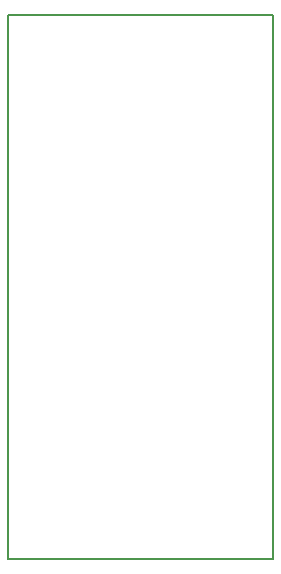
<source format=gbo>
G04 MADE WITH FRITZING*
G04 WWW.FRITZING.ORG*
G04 SINGLE SIDED*
G04 HOLES NOT PLATED*
G04 CONTOUR ON CENTER OF CONTOUR VECTOR*
%ASAXBY*%
%FSLAX23Y23*%
%MOIN*%
%OFA0B0*%
%SFA1.0B1.0*%
%ADD10R,0.892130X1.823150X0.876130X1.807150*%
%ADD11C,0.008000*%
%LNSILK0*%
G90*
G70*
G54D11*
X4Y1819D02*
X888Y1819D01*
X888Y4D01*
X4Y4D01*
X4Y1819D01*
D02*
G04 End of Silk0*
M02*
</source>
